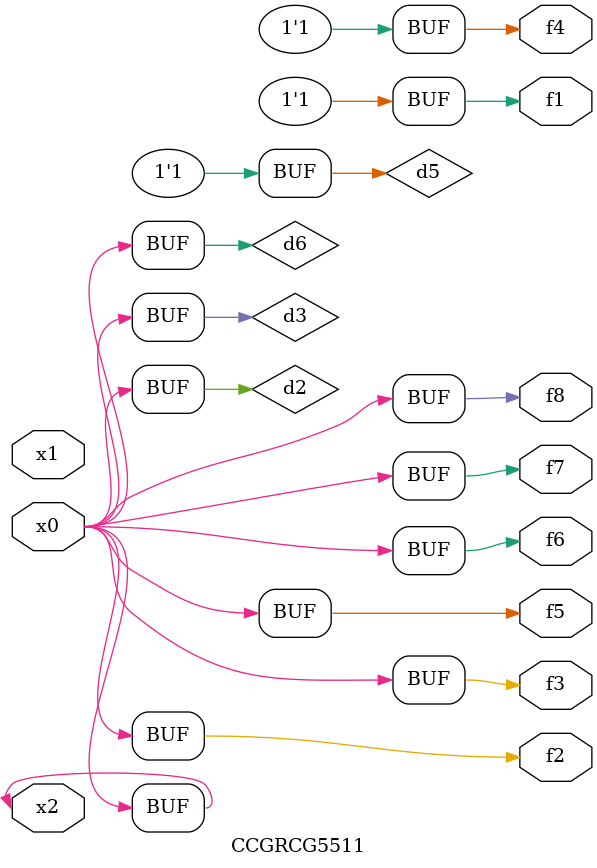
<source format=v>
module CCGRCG5511(
	input x0, x1, x2,
	output f1, f2, f3, f4, f5, f6, f7, f8
);

	wire d1, d2, d3, d4, d5, d6;

	xnor (d1, x2);
	buf (d2, x0, x2);
	and (d3, x0);
	xnor (d4, x1, x2);
	nand (d5, d1, d3);
	buf (d6, d2, d3);
	assign f1 = d5;
	assign f2 = d6;
	assign f3 = d6;
	assign f4 = d5;
	assign f5 = d6;
	assign f6 = d6;
	assign f7 = d6;
	assign f8 = d6;
endmodule

</source>
